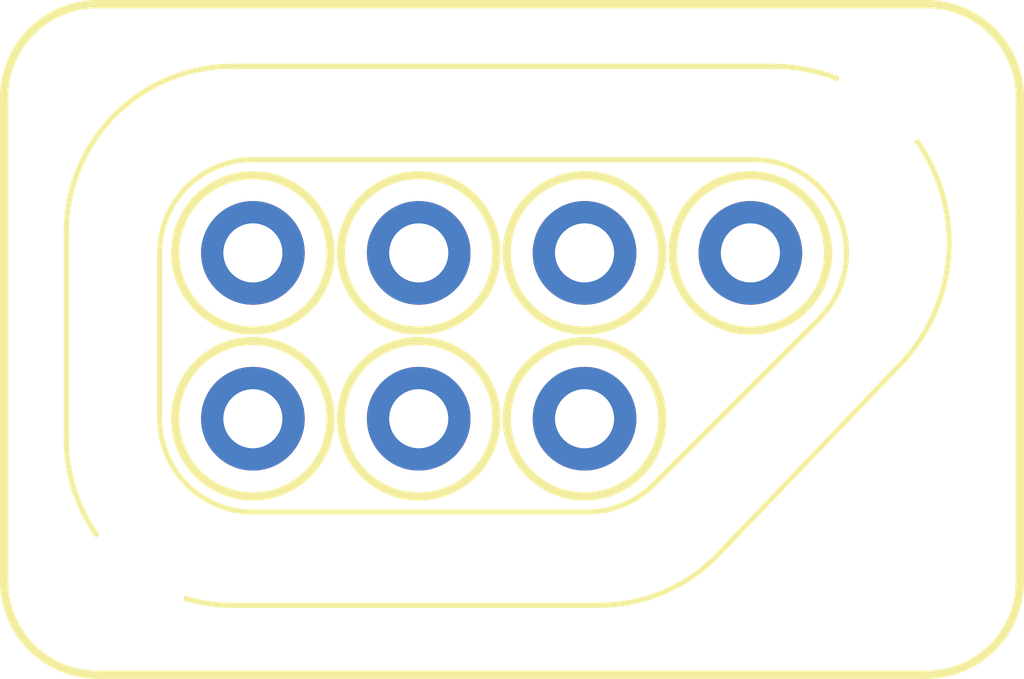
<source format=kicad_pcb>
(kicad_pcb (version 20240108) (generator "pcbnew") (generator_version "8.0")
  (layers (0 "F.Cu" signal) (31 "B.Cu" signal) (34 "B.Paste" user) (35 "F.Paste" user) (36 "B.SilkS" user "B.Silkscreen") (37 "F.SilkS" user "F.Silkscreen") (38 "B.Mask" user) (39 "F.Mask" user) (44 "Edge.Cuts" user))
  (net 0 "")
  (footprint "nes_breakout:NESCONN_NO_TABS" (layer "F.Cu") (at 142.1892 104.8131)
    (property "Reference" "U$2" (hide yes))
    (property "Value" "NESCONNNO_TABS" (hide yes))
    (fp_line (start -6.096 3.9878) (end -6.096 -7.874) (stroke (width 0.2032)) (layer "F.SilkS"))
    (fp_line (start -4.572 0.508) (end -4.572 -4.572) (stroke (width 0.127)) (layer "F.SilkS"))
    (fp_line (start -3.81 -10.16) (end 16.51 -10.16) (stroke (width 0.2032)) (layer "F.SilkS"))
    (fp_line (start -2.286 -4.064) (end -2.286 0) (stroke (width 0.127)) (layer "F.SilkS"))
    (fp_line (start -0.508 -8.636) (end 12.745625 -8.636) (stroke (width 0.127)) (layer "F.SilkS"))
    (fp_line (start 0 -6.35) (end 12.261106 -6.35) (stroke (width 0.127)) (layer "F.SilkS"))
    (fp_line (start 0 2.286) (end 8.197106 2.286) (stroke (width 0.127)) (layer "F.SilkS"))
    (fp_line (start 8.476637 4.572) (end -0.508 4.572) (stroke (width 0.127)) (layer "F.SilkS"))
    (fp_line (start 13.877553 -2.447553) (end 9.813553 1.616446) (stroke (width 0.127)) (layer "F.SilkS"))
    (fp_line (start 15.864112 -1.331337) (end 11.350318 3.381681) (stroke (width 0.127)) (layer "F.SilkS"))
    (fp_line (start 16.51 6.2738) (end -3.81 6.2738) (stroke (width 0.2032)) (layer "F.SilkS"))
    (fp_line (start 18.796 -7.874) (end 18.796 -5.1054) (stroke (width 0.2032)) (layer "F.SilkS"))
    (fp_line (start 18.796 -5.1054) (end 18.796 3.9878) (stroke (width 0.2032)) (layer "F.SilkS"))
    (fp_arc (start -6.096 -7.874) (mid -5.426446 -9.490446) (end -3.81 -10.16) (stroke (width 0.2032)) (layer "F.SilkS"))
    (fp_arc (start -4.572 -4.572) (mid -3.381682 -7.445683) (end -0.507999 -8.636001) (stroke (width 0.127)) (layer "F.SilkS"))
    (fp_arc (start -3.81 6.2738) (mid -5.426446 5.604246) (end -6.096 3.9878) (stroke (width 0.2032)) (layer "F.SilkS"))
    (fp_arc (start -2.286 -4.064) (mid -1.616446 -5.680446) (end 0 -6.35) (stroke (width 0.127)) (layer "F.SilkS"))
    (fp_arc (start -0.508 4.572) (mid -3.381682 3.381681) (end -4.572 0.507998) (stroke (width 0.127)) (layer "F.SilkS"))
    (fp_arc (start 0 2.286) (mid -1.616446 1.616446) (end -2.286 0) (stroke (width 0.127)) (layer "F.SilkS"))
    (fp_arc (start 9.813553 1.616446) (mid 9.071921 2.111991) (end 8.197106 2.286) (stroke (width 0.127)) (layer "F.SilkS"))
    (fp_arc (start 11.350318 3.381681) (mid 10.031862 4.262644) (end 8.476637 4.572) (stroke (width 0.127)) (layer "F.SilkS"))
    (fp_arc (start 12.261106 -6.35) (mid 14.373089 -4.938813) (end 13.877553 -2.447552) (stroke (width 0.127)) (layer "F.SilkS"))
    (fp_arc (start 12.745625 -8.636) (mid 16.716863 -6.013391) (end 15.864111 -1.331336) (stroke (width 0.127)) (layer "F.SilkS"))
    (fp_arc (start 16.51 -10.16) (mid 18.126446 -9.490446) (end 18.796 -7.874) (stroke (width 0.2032)) (layer "F.SilkS"))
    (fp_arc (start 18.796 3.9878) (mid 18.126446 5.604246) (end 16.51 6.2738) (stroke (width 0.2032)) (layer "F.SilkS"))
    (fp_circle (center 0 -4.064) (end 1.905 -4.064) (stroke (width 0.2032)) (fill none) (layer "F.SilkS"))
    (fp_circle (center 0 0) (end 1.905 0) (stroke (width 0.2032)) (fill none) (layer "F.SilkS"))
    (fp_circle (center 4.064 -4.064) (end 5.969 -4.064) (stroke (width 0.2032)) (fill none) (layer "F.SilkS"))
    (fp_circle (center 4.064 0) (end 5.969 0) (stroke (width 0.2032)) (fill none) (layer "F.SilkS"))
    (fp_circle (center 8.128 -4.064) (end 10.033 -4.064) (stroke (width 0.2032)) (fill none) (layer "F.SilkS"))
    (fp_circle (center 8.128 0) (end 10.033 0) (stroke (width 0.2032)) (fill none) (layer "F.SilkS"))
    (fp_circle (center 12.192 -4.064) (end 14.097 -4.064) (stroke (width 0.2032)) (fill none) (layer "F.SilkS"))
    (pad "" np_thru_hole circle (at -3.048 4.064) (size 2.8 2.8) (drill 2.8) (layers "*.Cu" "*.Mask"))
    (pad "" np_thru_hole circle (at 15.748 -8.128) (size 2.8 2.8) (drill 2.8) (layers "*.Cu" "*.Mask"))
    (pad "1" thru_hole circle (at 8.128 0) (size 2.54 2.54) (drill 1.4478) (layers "*.Cu" "*.Mask"))
    (pad "2" thru_hole circle (at 8.128 -4.064) (size 2.54 2.54) (drill 1.4478) (layers "*.Cu" "*.Mask"))
    (pad "3" thru_hole circle (at 4.064 -4.064) (size 2.54 2.54) (drill 1.4478) (layers "*.Cu" "*.Mask"))
    (pad "4" thru_hole circle (at 0 -4.064) (size 2.54 2.54) (drill 1.4478) (layers "*.Cu" "*.Mask"))
    (pad "5" thru_hole circle (at 4.064 0) (size 2.54 2.54) (drill 1.4478) (layers "*.Cu" "*.Mask"))
    (pad "6" thru_hole circle (at 0 0) (size 2.54 2.54) (drill 1.4478) (layers "*.Cu" "*.Mask"))
    (pad "7" thru_hole circle (at 12.192 -4.064) (size 2.54 2.54) (drill 1.4478) (layers "*.Cu" "*.Mask"))
  )
)
</source>
